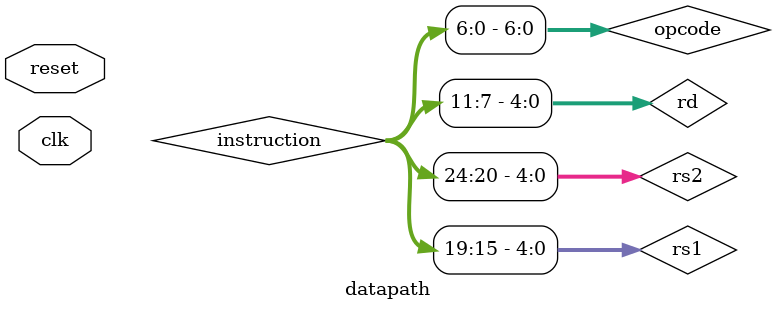
<source format=sv>
module datapath(
    input logic clk, reset
);
    logic [31:0] pc, next_pc, extended_imm, instruction, rdata1, rdata2, alu_result, rdata, wdata;
    logic [4:0] rs1, rs2, rd;
    logic [6:0] opcode;
    logic [3:0] alu_ctrl;
    logic [2:0] br_type;
    logic [1:0] wb_sel;
    logic reg_wr, rd_en, wr_en, br_taken, sel_A, sel_B;

    // Instantiate modules
    pc pc_0 (clk, reset, br_taken ? alu_result : next_pc, pc);
    inst_mem inst_mem_0 (pc, instruction);
    reg_file reg_file_0 (clk, reg_wr, rs1, rs2, rd, wdata, rdata1, rdata2);
    alu alu_0 (alu_ctrl, sel_A ? rdata1 : pc, sel_B ? extended_imm : rdata2, alu_result);
    data_mem data_mem_0 (clk, wr_en, rd_en, alu_result, rdata2, rdata);
    branch_cond branch_cond_0 (br_type, rdata1, rdata2, br_taken);
    control_unit control_unit_0 (instruction, reg_wr, rd_en, wr_en, sel_A, sel_B, wb_sel, alu_ctrl, br_type);
    imd_generator imd_generator_0 (instruction, extended_imm);

    // Assignments
    assign opcode = instruction[6:0];
    assign rs1 = instruction[19:15];
    assign rs2 = instruction[24:20];
    assign rd = instruction[11:7];
    assign next_pc = br_taken ? alu_result : pc + 4;

    always_comb begin
         case (wb_sel)
            2'b00: wdata = pc + 4;
            2'b01: wdata = alu_result;
            2'b10: wdata = rdata;
        endcase
    end

endmodule

</source>
